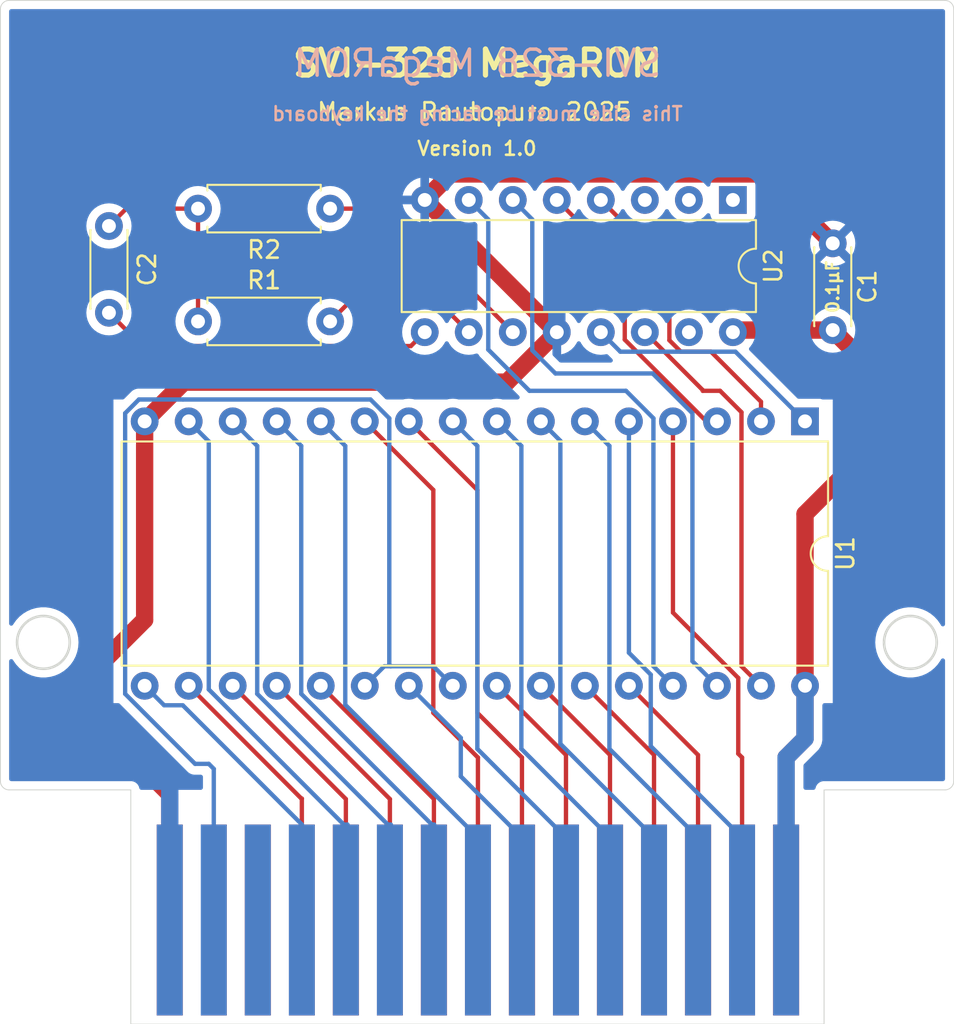
<source format=kicad_pcb>
(kicad_pcb (version 20240108) (generator "pcbnew") (generator_version "8.0")
  (title_block (title "1024 kB ROM cartridge for Spectravideo 328") (date "2025-01-07") (rev "1.0") (company "Markus Rautopuro") (comment 1 "github.com/fitch/SVI-328-MegaROM"))
  (layers (0 "F.Cu" signal) (31 "B.Cu" signal) (34 "B.Paste" user) (35 "F.Paste" user) (36 "B.SilkS" user "B.Silkscreen") (37 "F.SilkS" user "F.Silkscreen") (38 "B.Mask" user) (39 "F.Mask" user) (44 "Edge.Cuts" user))
  (net 0 "")
  (net 1 "VCC")
  (net 2 "GND")
  (net 3 "Net-(C2-Pad1)")
  (net 4 "Net-(U2-~{Φ0})")
  (net 6 "A9")
  (net 7 "D6")
  (net 8 "D5")
  (net 9 "D1")
  (net 10 "A6")
  (net 11 "A5")
  (net 12 "A1")
  (net 13 "D2")
  (net 14 "A3")
  (net 15 "A8")
  (net 16 "A2")
  (net 17 "A13")
  (net 18 "D3")
  (net 19 "D4")
  (net 20 "A12")
  (net 21 "D0")
  (net 22 "D7")
  (net 23 "A10")
  (net 24 "A11")
  (net 25 "A0")
  (net 26 "A4")
  (net 27 "A7")
  (net 28 "Net-(U1-A14)")
  (net 29 "Net-(U1-A15)")
  (net 32 "{slash}CCS1")
  (net 33 "Net-(U2-Φ0)")
  (net 34 "Net-(U2-~{Φ1})")
  (net 35 "Net-(U1-A16)")
  (net 36 "Net-(U1-A17)")
  (net 37 "Net-(U1-A18)")
  (net 38 "Net-(U1-A19)")
  (footprint "Spectravideo:ROM cartridge edge connector" (layer "F.Cu") (at 134.028691 156.127414)
    (property "Reference" "J1" (hide yes))
    (property "Value" "2x15 pin Spectravideo ROM cartridge edge connector")
    (pad "1" connect rect (at 17.78 -0.127) (size 1.5 11) (layers "B.Cu" "B.Mask") (net 1 "VCC"))
    (pad "2" connect rect (at 17.78 -0.127) (size 1.5 11) (layers "F.Cu" "F.Mask") (net 1 "VCC"))
    (pad "3" connect rect (at 15.24 -0.127) (size 1.5 11) (layers "B.Cu" "B.Mask") (net 27 "A7"))
    (pad "4" connect rect (at 15.24 -0.127) (size 1.5 11) (layers "F.Cu" "F.Mask") (net 20 "A12"))
    (pad "5" connect rect (at 12.7 -0.127) (size 1.5 11) (layers "B.Cu" "B.Mask") (net 10 "A6"))
    (pad "6" connect rect (at 12.7 -0.127) (size 1.5 11) (layers "F.Cu" "F.Mask") (net 17 "A13"))
    (pad "7" connect rect (at 10.16 -0.127) (size 1.5 11) (layers "B.Cu" "B.Mask") (net 11 "A5"))
    (pad "8" connect rect (at 10.16 -0.127) (size 1.5 11) (layers "F.Cu" "F.Mask") (net 15 "A8"))
    (pad "9" connect rect (at 7.62 -0.127) (size 1.5 11) (layers "B.Cu" "B.Mask") (net 26 "A4"))
    (pad "10" connect rect (at 7.62 -0.127) (size 1.5 11) (layers "F.Cu" "F.Mask") (net 6 "A9"))
    (pad "11" connect rect (at 5.08 -0.127) (size 1.5 11) (layers "B.Cu" "B.Mask") (net 14 "A3"))
    (pad "12" connect rect (at 5.08 -0.127) (size 1.5 11) (layers "F.Cu" "F.Mask") (net 24 "A11"))
    (pad "13" connect rect (at 2.54 -0.127) (size 1.5 11) (layers "B.Cu" "B.Mask") (net 23 "A10"))
    (pad "14" connect rect (at 2.54 -0.127) (size 1.5 11) (layers "F.Cu" "F.Mask") (net 16 "A2"))
    (pad "15" connect rect (at 0 -0.127) (size 1.5 11) (layers "B.Cu" "B.Mask") (net 25 "A0"))
    (pad "16" connect rect (at 0 -0.127) (size 1.5 11) (layers "F.Cu" "F.Mask") (net 12 "A1"))
    (pad "17" connect rect (at -2.54 -0.127) (size 1.5 11) (layers "B.Cu" "B.Mask") (net 21 "D0"))
    (pad "18" connect rect (at -2.54 -0.127) (size 1.5 11) (layers "F.Cu" "F.Mask") (net 22 "D7"))
    (pad "19" connect rect (at -5.08 -0.127) (size 1.5 11) (layers "B.Cu" "B.Mask") (net 9 "D1"))
    (pad "20" connect rect (at -5.08 -0.127) (size 1.5 11) (layers "F.Cu" "F.Mask") (net 7 "D6"))
    (pad "21" connect rect (at -7.62 -0.127) (size 1.5 11) (layers "B.Cu" "B.Mask") (net 13 "D2"))
    (pad "22" connect rect (at -7.62 -0.127) (size 1.5 11) (layers "F.Cu" "F.Mask") (net 8 "D5"))
    (pad "23" connect rect (at -10.16 -0.127) (size 1.5 11) (layers "B.Cu" "B.Mask") (net 18 "D3"))
    (pad "24" connect rect (at -10.16 -0.127) (size 1.5 11) (layers "F.Cu" "F.Mask") (net 19 "D4"))
    (pad "25" connect rect (at -12.7 -0.127) (size 1.5 11) (layers "B.Cu" "B.Mask"))
    (pad "26" connect rect (at -12.7 -0.127) (size 1.5 11) (layers "F.Cu" "F.Mask"))
    (pad "27" connect rect (at -15.24 -0.127) (size 1.5 11) (layers "B.Cu" "B.Mask") (net 32 "{slash}CCS1"))
    (pad "28" connect rect (at -15.24 -0.127) (size 1.5 11) (layers "F.Cu" "F.Mask"))
    (pad "29" connect rect (at -17.78 -0.127) (size 1.5 11) (layers "B.Cu" "B.Mask") (net 2 "GND"))
    (pad "30" connect rect (at -17.78 -0.127) (size 1.5 11) (layers "F.Cu" "F.Mask") (net 2 "GND"))
  )
  (footprint "Package_DIP:DIP-32_W15.24mm" (layer "F.Cu") (at 152.9 127.26 -90)
    (property "Reference" "U1" (at 7.62 -2.33 90) (layer "F.SilkS"))
    (property "Value" "27C080" (hide yes))
    (fp_line (start 1.16 39.43) (end 14.08 39.43) (stroke (width 0.12)) (layer "F.SilkS"))
    (fp_line (start 14.08 39.43) (end 14.08 -1.33) (stroke (width 0.12)) (layer "F.SilkS"))
    (fp_line (start 1.16 -1.33) (end 1.16 39.43) (stroke (width 0.12)) (layer "F.SilkS"))
    (fp_line (start 6.62 -1.33) (end 1.16 -1.33) (stroke (width 0.12)) (layer "F.SilkS"))
    (fp_line (start 14.08 -1.33) (end 8.62 -1.33) (stroke (width 0.12)) (layer "F.SilkS"))
    (fp_arc (start 8.62 -1.33) (mid 7.62 -0.33) (end 6.62 -1.33) (stroke (width 0.12)) (layer "F.SilkS"))
    (pad "1" thru_hole rect (at 0 0 270) (size 1.6 1.6) (drill 0.8) (layers "*.Cu" "*.Mask") (net 38 "Net-(U1-A19)"))
    (pad "2" thru_hole oval (at 0 2.54 270) (size 1.6 1.6) (drill 0.8) (layers "*.Cu" "*.Mask") (net 35 "Net-(U1-A16)"))
    (pad "3" thru_hole oval (at 0 5.08 270) (size 1.6 1.6) (drill 0.8) (layers "*.Cu" "*.Mask") (net 29 "Net-(U1-A15)"))
    (pad "4" thru_hole oval (at 0 7.62 270) (size 1.6 1.6) (drill 0.8) (layers "*.Cu" "*.Mask") (net 20 "A12"))
    (pad "5" thru_hole oval (at 0 10.16 270) (size 1.6 1.6) (drill 0.8) (layers "*.Cu" "*.Mask") (net 27 "A7"))
    (pad "6" thru_hole oval (at 0 12.7 270) (size 1.6 1.6) (drill 0.8) (layers "*.Cu" "*.Mask") (net 10 "A6"))
    (pad "7" thru_hole oval (at 0 15.24 270) (size 1.6 1.6) (drill 0.8) (layers "*.Cu" "*.Mask") (net 11 "A5"))
    (pad "8" thru_hole oval (at 0 17.78 270) (size 1.6 1.6) (drill 0.8) (layers "*.Cu" "*.Mask") (net 26 "A4"))
    (pad "9" thru_hole oval (at 0 20.32 270) (size 1.6 1.6) (drill 0.8) (layers "*.Cu" "*.Mask") (net 14 "A3"))
    (pad "10" thru_hole oval (at 0 22.86 270) (size 1.6 1.6) (drill 0.8) (layers "*.Cu" "*.Mask") (net 16 "A2"))
    (pad "11" thru_hole oval (at 0 25.4 270) (size 1.6 1.6) (drill 0.8) (layers "*.Cu" "*.Mask") (net 12 "A1"))
    (pad "12" thru_hole oval (at 0 27.94 270) (size 1.6 1.6) (drill 0.8) (layers "*.Cu" "*.Mask") (net 25 "A0"))
    (pad "13" thru_hole oval (at 0 30.48 270) (size 1.6 1.6) (drill 0.8) (layers "*.Cu" "*.Mask") (net 21 "D0"))
    (pad "14" thru_hole oval (at 0 33.02 270) (size 1.6 1.6) (drill 0.8) (layers "*.Cu" "*.Mask") (net 9 "D1"))
    (pad "15" thru_hole oval (at 0 35.56 270) (size 1.6 1.6) (drill 0.8) (layers "*.Cu" "*.Mask") (net 13 "D2"))
    (pad "16" thru_hole oval (at 0 38.1 270) (size 1.6 1.6) (drill 0.8) (layers "*.Cu" "*.Mask") (net 2 "GND"))
    (pad "17" thru_hole oval (at 15.24 38.1 270) (size 1.6 1.6) (drill 0.8) (layers "*.Cu" "*.Mask") (net 18 "D3"))
    (pad "18" thru_hole oval (at 15.24 35.56 270) (size 1.6 1.6) (drill 0.8) (layers "*.Cu" "*.Mask") (net 19 "D4"))
    (pad "19" thru_hole oval (at 15.24 33.02 270) (size 1.6 1.6) (drill 0.8) (layers "*.Cu" "*.Mask") (net 8 "D5"))
    (pad "20" thru_hole oval (at 15.24 30.48 270) (size 1.6 1.6) (drill 0.8) (layers "*.Cu" "*.Mask") (net 7 "D6"))
    (pad "21" thru_hole oval (at 15.24 27.94 270) (size 1.6 1.6) (drill 0.8) (layers "*.Cu" "*.Mask") (net 22 "D7"))
    (pad "22" thru_hole oval (at 15.24 25.4 270) (size 1.6 1.6) (drill 0.8) (layers "*.Cu" "*.Mask") (net 32 "{slash}CCS1"))
    (pad "23" thru_hole oval (at 15.24 22.86 270) (size 1.6 1.6) (drill 0.8) (layers "*.Cu" "*.Mask") (net 23 "A10"))
    (pad "24" thru_hole oval (at 15.24 20.32 270) (size 1.6 1.6) (drill 0.8) (layers "*.Cu" "*.Mask") (net 32 "{slash}CCS1"))
    (pad "25" thru_hole oval (at 15.24 17.78 270) (size 1.6 1.6) (drill 0.8) (layers "*.Cu" "*.Mask") (net 24 "A11"))
    (pad "26" thru_hole oval (at 15.24 15.24 270) (size 1.6 1.6) (drill 0.8) (layers "*.Cu" "*.Mask") (net 6 "A9"))
    (pad "27" thru_hole oval (at 15.24 12.7 270) (size 1.6 1.6) (drill 0.8) (layers "*.Cu" "*.Mask") (net 15 "A8"))
    (pad "28" thru_hole oval (at 15.24 10.16 270) (size 1.6 1.6) (drill 0.8) (layers "*.Cu" "*.Mask") (net 17 "A13"))
    (pad "29" thru_hole oval (at 15.24 7.62 270) (size 1.6 1.6) (drill 0.8) (layers "*.Cu" "*.Mask") (net 28 "Net-(U1-A14)"))
    (pad "30" thru_hole oval (at 15.24 5.08 270) (size 1.6 1.6) (drill 0.8) (layers "*.Cu" "*.Mask") (net 36 "Net-(U1-A17)"))
    (pad "31" thru_hole oval (at 15.24 2.54 270) (size 1.6 1.6) (drill 0.8) (layers "*.Cu" "*.Mask") (net 37 "Net-(U1-A18)"))
    (pad "32" thru_hole oval (at 15.24 0 270) (size 1.6 1.6) (drill 0.8) (layers "*.Cu" "*.Mask") (net 1 "VCC"))
  )
  (footprint "Resistor_THT:R_Axial_DIN0207_L6.3mm_D2.5mm_P7.62mm_Horizontal" (layer "F.Cu") (at 125.5 115 180)
    (property "Reference" "R2" (at 3.81 -2.37 180) (layer "F.SilkS"))
    (property "Value" "1 kΩ" (hide yes))
    (fp_line (start 7.08 1.37) (end 7.08 1.04) (stroke (width 0.12)) (layer "F.SilkS"))
    (fp_line (start 7.08 -1.37) (end 7.08 -1.04) (stroke (width 0.12)) (layer "F.SilkS"))
    (fp_line (start 0.54 1.37) (end 7.08 1.37) (stroke (width 0.12)) (layer "F.SilkS"))
    (fp_line (start 0.54 1.04) (end 0.54 1.37) (stroke (width 0.12)) (layer "F.SilkS"))
    (fp_line (start 0.54 -1.04) (end 0.54 -1.37) (stroke (width 0.12)) (layer "F.SilkS"))
    (fp_line (start 0.54 -1.37) (end 7.08 -1.37) (stroke (width 0.12)) (layer "F.SilkS"))
    (pad "1" thru_hole circle (at 0 0 180) (size 1.6 1.6) (drill 0.8) (layers "*.Cu" "*.Mask") (net 34 "Net-(U2-~{Φ1})"))
    (pad "2" thru_hole oval (at 7.62 0 180) (size 1.6 1.6) (drill 0.8) (layers "*.Cu" "*.Mask") (net 3 "Net-(C2-Pad1)"))
  )
  (footprint "Capacitor_THT:C_Disc_D4.3mm_W1.9mm_P5.00mm" (layer "F.Cu") (at 112.74 116 -90)
    (property "Reference" "C2" (at 2.5 -2.2 90) (layer "F.SilkS"))
    (property "Value" "0.1 μF" (hide yes))
    (fp_line (start 0.23 1.07) (end 4.77 1.07) (stroke (width 0.12)) (layer "F.SilkS"))
    (fp_line (start 0.23 1.055) (end 0.23 1.07) (stroke (width 0.12)) (layer "F.SilkS"))
    (fp_line (start 4.77 1.055) (end 4.77 1.07) (stroke (width 0.12)) (layer "F.SilkS"))
    (fp_line (start 0.23 -1.07) (end 0.23 -1.055) (stroke (width 0.12)) (layer "F.SilkS"))
    (fp_line (start 0.23 -1.07) (end 4.77 -1.07) (stroke (width 0.12)) (layer "F.SilkS"))
    (fp_line (start 4.77 -1.07) (end 4.77 -1.055) (stroke (width 0.12)) (layer "F.SilkS"))
    (pad "1" thru_hole circle (at 0 0 270) (size 1.6 1.6) (drill 0.8) (layers "*.Cu" "*.Mask") (net 3 "Net-(C2-Pad1)"))
    (pad "2" thru_hole circle (at 5 0 270) (size 1.6 1.6) (drill 0.8) (layers "*.Cu" "*.Mask") (net 4 "Net-(U2-~{Φ0})"))
  )
  (footprint "Package_DIP:DIP-16_W7.62mm" (layer "F.Cu") (at 148.74 114.5 -90)
    (property "Reference" "U2" (at 3.81 -2.33 90) (layer "F.SilkS"))
    (property "Value" "4060" (hide yes))
    (fp_line (start 1.16 19.11) (end 6.46 19.11) (stroke (width 0.12)) (layer "F.SilkS"))
    (fp_line (start 6.46 19.11) (end 6.46 -1.33) (stroke (width 0.12)) (layer "F.SilkS"))
    (fp_line (start 1.16 -1.33) (end 1.16 19.11) (stroke (width 0.12)) (layer "F.SilkS"))
    (fp_line (start 2.81 -1.33) (end 1.16 -1.33) (stroke (width 0.12)) (layer "F.SilkS"))
    (fp_line (start 6.46 -1.33) (end 4.81 -1.33) (stroke (width 0.12)) (layer "F.SilkS"))
    (fp_arc (start 4.81 -1.33) (mid 3.81 -0.33) (end 2.81 -1.33) (stroke (width 0.12)) (layer "F.SilkS"))
    (pad "1" thru_hole rect (at 0 0 270) (size 1.6 1.6) (drill 0.8) (layers "*.Cu" "*.Mask"))
    (pad "2" thru_hole oval (at 0 2.54 270) (size 1.6 1.6) (drill 0.8) (layers "*.Cu" "*.Mask"))
    (pad "3" thru_hole oval (at 0 5.08 270) (size 1.6 1.6) (drill 0.8) (layers "*.Cu" "*.Mask"))
    (pad "4" thru_hole oval (at 0 7.62 270) (size 1.6 1.6) (drill 0.8) (layers "*.Cu" "*.Mask") (net 35 "Net-(U1-A16)"))
    (pad "5" thru_hole oval (at 0 10.16 270) (size 1.6 1.6) (drill 0.8) (layers "*.Cu" "*.Mask") (net 29 "Net-(U1-A15)"))
    (pad "6" thru_hole oval (at 0 12.7 270) (size 1.6 1.6) (drill 0.8) (layers "*.Cu" "*.Mask") (net 36 "Net-(U1-A17)"))
    (pad "7" thru_hole oval (at 0 15.24 270) (size 1.6 1.6) (drill 0.8) (layers "*.Cu" "*.Mask") (net 28 "Net-(U1-A14)"))
    (pad "8" thru_hole oval (at 0 17.78 270) (size 1.6 1.6) (drill 0.8) (layers "*.Cu" "*.Mask") (net 2 "GND"))
    (pad "9" thru_hole oval (at 7.62 17.78 270) (size 1.6 1.6) (drill 0.8) (layers "*.Cu" "*.Mask") (net 4 "Net-(U2-~{Φ0})"))
    (pad "10" thru_hole oval (at 7.62 15.24 270) (size 1.6 1.6) (drill 0.8) (layers "*.Cu" "*.Mask") (net 33 "Net-(U2-Φ0)"))
    (pad "11" thru_hole oval (at 7.62 12.7 270) (size 1.6 1.6) (drill 0.8) (layers "*.Cu" "*.Mask") (net 34 "Net-(U2-~{Φ1})"))
    (pad "12" thru_hole oval (at 7.62 10.16 270) (size 1.6 1.6) (drill 0.8) (layers "*.Cu" "*.Mask") (net 2 "GND"))
    (pad "13" thru_hole oval (at 7.62 7.62 270) (size 1.6 1.6) (drill 0.8) (layers "*.Cu" "*.Mask") (net 38 "Net-(U1-A19)"))
    (pad "14" thru_hole oval (at 7.62 5.08 270) (size 1.6 1.6) (drill 0.8) (layers "*.Cu" "*.Mask") (net 37 "Net-(U1-A18)"))
    (pad "15" thru_hole oval (at 7.62 2.54 270) (size 1.6 1.6) (drill 0.8) (layers "*.Cu" "*.Mask"))
    (pad "16" thru_hole oval (at 7.62 0 270) (size 1.6 1.6) (drill 0.8) (layers "*.Cu" "*.Mask") (net 1 "VCC"))
  )
  (footprint "Capacitor_THT:C_Disc_D4.3mm_W1.9mm_P5.00mm" (layer "F.Cu") (at 154.5 122 90)
    (property "Reference" "C1" (hide yes))
    (property "Value" "0.1μF" (at 2.5 0 90) (layer "F.SilkS") (effects (font (size 0.7 0.7))))
    (fp_line (start 4.77 -1.07) (end 4.77 -1.055) (stroke (width 0.12)) (layer "F.SilkS"))
    (fp_line (start 0.23 -1.07) (end 4.77 -1.07) (stroke (width 0.12)) (layer "F.SilkS"))
    (fp_line (start 0.23 -1.07) (end 0.23 -1.055) (stroke (width 0.12)) (layer "F.SilkS"))
    (fp_line (start 4.77 1.055) (end 4.77 1.07) (stroke (width 0.12)) (layer "F.SilkS"))
    (fp_line (start 0.23 1.055) (end 0.23 1.07) (stroke (width 0.12)) (layer "F.SilkS"))
    (fp_line (start 0.23 1.07) (end 4.77 1.07) (stroke (width 0.12)) (layer "F.SilkS"))
    (fp_text user "${REFERENCE}" (at 2.5 2 90) (layer "F.SilkS"))
    (pad "1" thru_hole circle (at 0 0 90) (size 1.6 1.6) (drill 0.8) (layers "*.Cu" "*.Mask") (net 1 "VCC"))
    (pad "2" thru_hole circle (at 5 0 90) (size 1.6 1.6) (drill 0.8) (layers "*.Cu" "*.Mask") (net 2 "GND"))
  )
  (footprint "Resistor_THT:R_Axial_DIN0207_L6.3mm_D2.5mm_P7.62mm_Horizontal" (layer "F.Cu") (at 117.88 121.5)
    (property "Reference" "R1" (at 3.81 -2.37 0) (layer "F.SilkS"))
    (property "Value" "68 kΩ" (hide yes))
    (fp_line (start 0.54 -1.37) (end 7.08 -1.37) (stroke (width 0.12)) (layer "F.SilkS"))
    (fp_line (start 0.54 -1.04) (end 0.54 -1.37) (stroke (width 0.12)) (layer "F.SilkS"))
    (fp_line (start 0.54 1.04) (end 0.54 1.37) (stroke (width 0.12)) (layer "F.SilkS"))
    (fp_line (start 0.54 1.37) (end 7.08 1.37) (stroke (width 0.12)) (layer "F.SilkS"))
    (fp_line (start 7.08 -1.37) (end 7.08 -1.04) (stroke (width 0.12)) (layer "F.SilkS"))
    (fp_line (start 7.08 1.37) (end 7.08 1.04) (stroke (width 0.12)) (layer "F.SilkS"))
    (pad "1" thru_hole circle (at 0 0) (size 1.6 1.6) (drill 0.8) (layers "*.Cu" "*.Mask") (net 3 "Net-(C2-Pad1)"))
    (pad "2" thru_hole oval (at 7.62 0) (size 1.6 1.6) (drill 0.8) (layers "*.Cu" "*.Mask") (net 33 "Net-(U2-Φ0)"))
  )
  (gr_circle (center 108.958618 140) (end 110.479309 140) (stroke (width 0.15)) (fill none) (layer "Edge.Cuts"))
  (gr_arc (start 161.479309 148) (mid 161.332862 148.353553) (end 160.979309 148.5) (stroke (width 0.05)) (layer "Edge.Cuts"))
  (gr_line (start 106.979309 103) (end 160.979309 103) (stroke (width 0.05)) (layer "Edge.Cuts"))
  (gr_arc (start 160.979309 103) (mid 161.332863 103.146446) (end 161.479309 103.5) (stroke (width 0.05)) (layer "Edge.Cuts"))
  (gr_line (start 160.979309 148.5) (end 154 148.5) (stroke (width 0.05)) (layer "Edge.Cuts"))
  (gr_line (start 106.479309 148) (end 106.479309 103.5) (stroke (width 0.05)) (layer "Edge.Cuts"))
  (gr_line (start 114 162) (end 114 148.5) (stroke (width 0.05)) (layer "Edge.Cuts"))
  (gr_arc (start 106.479309 103.5) (mid 106.625756 103.146447) (end 106.979309 103) (stroke (width 0.05)) (layer "Edge.Cuts"))
  (gr_line (start 114 148.5) (end 106.979309 148.5) (stroke (width 0.05)) (layer "Edge.Cuts"))
  (gr_circle (center 158.979309 140) (end 160.5 140) (stroke (width 0.15)) (fill none) (layer "Edge.Cuts"))
  (gr_arc (start 106.979309 148.5) (mid 106.625756 148.353553) (end 106.479309 148) (stroke (width 0.05)) (layer "Edge.Cuts"))
  (gr_line (start 154 162) (end 154 148.5) (stroke (width 0.05)) (layer "Edge.Cuts"))
  (gr_line (start 161.479309 103.5) (end 161.479309 148) (stroke (width 0.05)) (layer "Edge.Cuts"))
  (gr_line (start 114 162) (end 154 162) (stroke (width 0.05)) (layer "Edge.Cuts"))
  (gr_text "This side must be facing the keyboard" (at 134 110 0) (layer "B.SilkS") (effects (font (size 0.8 0.8)) (justify bottom mirror)))
  (gr_text "SVI-328 MegaROM" (at 134 107.5 0) (layer "B.SilkS") (effects (font (size 1.5 1.5) (thickness 0.2) (bold yes)) (justify bottom mirror)))
  (gr_text "Version 1.0" (at 137.5 112 0) (layer "F.SilkS") (effects (font (size 0.8 0.8)) (justify right bottom)))
  (gr_text "Markus Rautopuro 2025" (at 143 110 0) (layer "F.SilkS") (effects (font (size 1 1)) (justify right bottom)))
  (gr_text "SVI-328 MegaROM" (at 134 107.5 0) (layer "F.SilkS") (effects (font (size 1.5 1.5) (thickness 0.3) (bold yes)) (justify bottom)))
  (segment (start 151.808691 146.635133) (end 152.9 145.543824) (width 1) (layer "F.Cu") (net 1))
  (segment (start 154.5 122) (end 156 123.5) (width 1) (layer "F.Cu") (net 1))
  (segment (start 148.86 122) (end 148.74 122.12) (width 1) (layer "F.Cu") (net 1))
  (segment (start 154.5 122) (end 148.86 122) (width 1) (layer "F.Cu") (net 1))
  (segment (start 152.9 142.5) (end 152.9 132.6) (width 1) (layer "F.Cu") (net 1))
  (segment (start 156 123.5) (end 156 129.5) (width 1) (layer "F.Cu") (net 1))
  (segment (start 151.808691 156.000414) (end 151.808691 146.635133) (width 1) (layer "F.Cu") (net 1))
  (segment (start 152.9 145.543824) (end 152.9 142.5) (width 1) (layer "F.Cu") (net 1))
  (segment (start 152.9 132.6) (end 156 129.5) (width 1) (layer "F.Cu") (net 1))
  (segment (start 152.9 145.543824) (end 152.9 142.5) (width 1) (layer "B.Cu") (net 1))
  (segment (start 151.808691 146.635133) (end 152.9 145.543824) (width 1) (layer "B.Cu") (net 1))
  (segment (start 151.808691 156.000414) (end 151.808691 146.635133) (width 1) (layer "B.Cu") (net 1))
  (segment (start 132.46 113) (end 130.96 114.5) (width 1) (layer "F.Cu") (net 2))
  (segment (start 116.248691 148.748691) (end 116.248691 156.000414) (width 1) (layer "F.Cu") (net 2))
  (segment (start 138.58 122.12) (end 130.96 114.5) (width 1) (layer "F.Cu") (net 2))
  (segment (start 135.7 125) (end 117.06 125) (width 1) (layer "F.Cu") (net 2))
  (segment (start 112 144.5) (end 116.248691 148.748691) (width 1) (layer "F.Cu") (net 2))
  (segment (start 112 141.5) (end 112 144.5) (width 1) (layer "F.Cu") (net 2))
  (segment (start 154.5 117) (end 150.5 113) (width 1) (layer "F.Cu") (net 2))
  (segment (start 114.8 127.26) (end 114.8 138.7) (width 1) (layer "F.Cu") (net 2))
  (segment (start 150.5 113) (end 132.46 113) (width 1) (layer "F.Cu") (net 2))
  (segment (start 114.8 138.7) (end 112 141.5) (width 1) (layer "F.Cu") (net 2))
  (segment (start 117.06 125) (end 114.8 127.26) (width 1) (layer "F.Cu") (net 2))
  (segment (start 138.58 122.12) (end 135.7 125) (width 1) (layer "F.Cu") (net 2))
  (segment (start 138.58 120.42) (end 139 120) (width 1) (layer "B.Cu") (net 2))
  (segment (start 138.58 122.12) (end 138.58 120.42) (width 1) (layer "B.Cu") (net 2))
  (segment (start 116.248691 148.248691) (end 113.5 145.5) (width 1) (layer "B.Cu") (net 2))
  (segment (start 116.248691 156.000414) (end 116.248691 148.248691) (width 1) (layer "B.Cu") (net 2))
  (segment (start 117.88 115) (end 117.88 121.5) (width 0.25) (layer "F.Cu") (net 3))
  (segment (start 113.74 115) (end 112.74 116) (width 0.25) (layer "F.Cu") (net 3))
  (segment (start 117.88 115) (end 113.74 115) (width 0.25) (layer "F.Cu") (net 3))
  (segment (start 130.160001 122.919999) (end 114.659999 122.919999) (width 0.25) (layer "F.Cu") (net 4))
  (segment (start 114.659999 122.919999) (end 112.74 121) (width 0.25) (layer "F.Cu") (net 4))
  (segment (start 130.96 122.12) (end 130.160001 122.919999) (width 0.25) (layer "F.Cu") (net 4))
  (segment (start 141.648691 156.000414) (end 141.648691 146.488691) (width 0.25) (layer "F.Cu") (net 6))
  (segment (start 141.648691 146.488691) (end 137.66 142.5) (width 0.25) (layer "F.Cu") (net 6))
  (segment (start 128.948691 156.000414) (end 128.948691 149.028691) (width 0.25) (layer "F.Cu") (net 7))
  (segment (start 128.948691 149.028691) (end 122.42 142.5) (width 0.25) (layer "F.Cu") (net 7))
  (segment (start 126.408691 149.028691) (end 119.88 142.5) (width 0.25) (layer "F.Cu") (net 8))
  (segment (start 126.408691 156.000414) (end 126.408691 149.028691) (width 0.25) (layer "F.Cu") (net 8))
  (segment (start 121.295 142.965991) (end 121.295 128.675) (width 0.25) (layer "B.Cu") (net 9))
  (segment (start 121.295 128.675) (end 119.88 127.26) (width 0.25) (layer "B.Cu") (net 9))
  (segment (start 128.948691 156.000414) (end 128.948691 150.551309) (width 0.25) (layer "B.Cu") (net 9))
  (segment (start 128.948691 150.551309) (end 129 150.5) (width 0.25) (layer "B.Cu") (net 9))
  (segment (start 128.829009 150.5) (end 121.295 142.965991) (width 0.25) (layer "B.Cu") (net 9))
  (segment (start 129 150.5) (end 128.829009 150.5) (width 0.25) (layer "B.Cu") (net 9))
  (segment (start 146.728691 156.000414) (end 146.728691 151.250414) (width 0.25) (layer "B.Cu") (net 10))
  (segment (start 146.728691 151.250414) (end 141.615 146.136723) (width 0.25) (layer "B.Cu") (net 10))
  (segment (start 141.615 128.675) (end 140.2 127.26) (width 0.25) (layer "B.Cu") (net 10))
  (segment (start 141.615 146.136723) (end 141.615 128.675) (width 0.25) (layer "B.Cu") (net 10))
  (segment (start 138.785 145.846723) (end 138.785 128.385) (width 0.25) (layer "B.Cu") (net 11))
  (segment (start 144.188691 151.250414) (end 138.785 145.846723) (width 0.25) (layer "B.Cu") (net 11))
  (segment (start 138.785 128.385) (end 137.66 127.26) (width 0.25) (layer "B.Cu") (net 11))
  (segment (start 144.188691 156.000414) (end 144.188691 151.250414) (width 0.25) (layer "B.Cu") (net 11))
  (segment (start 134.028691 146.635133) (end 131.455 144.061442) (width 0.25) (layer "F.Cu") (net 12))
  (segment (start 131.455 131.215) (end 127.5 127.26) (width 0.25) (layer "F.Cu") (net 12))
  (segment (start 134.028691 156.000414) (end 134.028691 146.635133) (width 0.25) (layer "F.Cu") (net 12))
  (segment (start 131.455 144.061442) (end 131.455 131.215) (width 0.25) (layer "F.Cu") (net 12))
  (segment (start 126.408691 150.591309) (end 126.5 150.5) (width 0.25) (layer "B.Cu") (net 13))
  (segment (start 126.289009 150.5) (end 118.5 142.710991) (width 0.25) (layer "B.Cu") (net 13))
  (segment (start 126.5 150.5) (end 126.289009 150.5) (width 0.25) (layer "B.Cu") (net 13))
  (segment (start 118.5 142.710991) (end 118.5 128.42) (width 0.25) (layer "B.Cu") (net 13))
  (segment (start 126.408691 156.000414) (end 126.408691 150.591309) (width 0.25) (layer "B.Cu") (net 13))
  (segment (start 118.5 128.42) (end 117.34 127.26) (width 0.25) (layer "B.Cu") (net 13))
  (segment (start 133.995 146.136723) (end 133.995 128.675) (width 0.25) (layer "B.Cu") (net 14))
  (segment (start 133.995 128.675) (end 132.58 127.26) (width 0.25) (layer "B.Cu") (net 14))
  (segment (start 139.108691 151.250414) (end 133.995 146.136723) (width 0.25) (layer "B.Cu") (net 14))
  (segment (start 139.108691 156.000414) (end 139.108691 151.250414) (width 0.25) (layer "B.Cu") (net 14))
  (segment (start 144.188691 146.488691) (end 140.2 142.5) (width 0.25) (layer "F.Cu") (net 15))
  (segment (start 144.188691 156.000414) (end 144.188691 146.488691) (width 0.25) (layer "F.Cu") (net 15))
  (segment (start 136.568691 156.000414) (end 136.568691 146.635133) (width 0.25) (layer "F.Cu") (net 16))
  (segment (start 133.995 144.061442) (end 133.995 131.215) (width 0.25) (layer "F.Cu") (net 16))
  (segment (start 133.995 131.215) (end 130.04 127.26) (width 0.25) (layer "F.Cu") (net 16))
  (segment (start 136.568691 146.635133) (end 133.995 144.061442) (width 0.25) (layer "F.Cu") (net 16))
  (segment (start 146.728691 146.488691) (end 142.74 142.5) (width 0.25) (layer "F.Cu") (net 17))
  (segment (start 146.728691 156.000414) (end 146.728691 146.488691) (width 0.25) (layer "F.Cu") (net 17))
  (segment (start 123.868691 156.000414) (end 123.868691 150.493691) (width 0.25) (layer "B.Cu") (net 18))
  (segment (start 123.868691 150.493691) (end 117 143.625) (width 0.25) (layer "B.Cu") (net 18))
  (segment (start 117 143.625) (end 115.925 143.625) (width 0.25) (layer "B.Cu") (net 18))
  (segment (start 115.925 143.625) (end 114.8 142.5) (width 0.25) (layer "B.Cu") (net 18))
  (segment (start 123.84 149) (end 117.34 142.5) (width 0.25) (layer "F.Cu") (net 19))
  (segment (start 123.868691 156.000414) (end 123.868691 149) (width 0.25) (layer "F.Cu") (net 19))
  (segment (start 123.868691 149) (end 123.84 149) (width 0.25) (layer "F.Cu") (net 19))
  (segment (start 145.28 138.28) (end 145.28 127.26) (width 0.25) (layer "F.Cu") (net 20))
  (segment (start 149.268691 146.635133) (end 149.048604 146.415046) (width 0.25) (layer "F.Cu") (net 20))
  (segment (start 149.048604 142.048604) (end 145.28 138.28) (width 0.25) (layer "F.Cu") (net 20))
  (segment (start 149.048604 146.415046) (end 149.048604 142.048604) (width 0.25) (layer "F.Cu") (net 20))
  (segment (start 149.268691 156.000414) (end 149.268691 146.635133) (width 0.25) (layer "F.Cu") (net 20))
  (segment (start 131.369009 150.5) (end 123.835 142.965991) (width 0.25) (layer "B.Cu") (net 21))
  (segment (start 123.835 142.965991) (end 123.835 128.675) (width 0.25) (layer "B.Cu") (net 21))
  (segment (start 123.835 128.675) (end 122.42 127.26) (width 0.25) (layer "B.Cu") (net 21))
  (segment (start 131.5 150.5) (end 131.369009 150.5) (width 0.25) (layer "B.Cu") (net 21))
  (segment (start 131.488691 150.511309) (end 131.5 150.5) (width 0.25) (layer "B.Cu") (net 21))
  (segment (start 131.488691 156.000414) (end 131.488691 150.511309) (width 0.25) (layer "B.Cu") (net 21))
  (segment (start 131.488691 149.028691) (end 124.96 142.5) (width 0.25) (layer "F.Cu") (net 22))
  (segment (start 131.488691 156.000414) (end 131.488691 149.028691) (width 0.25) (layer "F.Cu") (net 22))
  (segment (start 133.04 145.5) (end 130.04 142.5) (width 0.25) (layer "B.Cu") (net 23))
  (segment (start 136.568691 151.250414) (end 133.04 147.721723) (width 0.25) (layer "B.Cu") (net 23))
  (segment (start 136.568691 156.000414) (end 136.568691 151.250414) (width 0.25) (layer "B.Cu") (net 23))
  (segment (start 133.04 147.721723) (end 133.04 145.5) (width 0.25) (layer "B.Cu") (net 23))
  (segment (start 139.108691 146.488691) (end 135.12 142.5) (width 0.25) (layer "F.Cu") (net 24))
  (segment (start 139.108691 156.000414) (end 139.108691 146.488691) (width 0.25) (layer "F.Cu") (net 24))
  (segment (start 134.028691 151.250414) (end 126.375 143.596723) (width 0.25) (layer "B.Cu") (net 25))
  (segment (start 126.375 128.675) (end 124.96 127.26) (width 0.25) (layer "B.Cu") (net 25))
  (segment (start 134.028691 156.000414) (end 134.028691 151.250414) (width 0.25) (layer "B.Cu") (net 25))
  (segment (start 126.375 143.596723) (end 126.375 128.675) (width 0.25) (layer "B.Cu") (net 25))
  (segment (start 136.535 146.136723) (end 136.535 128.675) (width 0.25) (layer "B.Cu") (net 26))
  (segment (start 141.648691 151.250414) (end 136.535 146.136723) (width 0.25) (layer "B.Cu") (net 26))
  (segment (start 141.648691 156.000414) (end 141.648691 151.250414) (width 0.25) (layer "B.Cu") (net 26))
  (segment (start 136.535 128.675) (end 135.12 127.26) (width 0.25) (layer "B.Cu") (net 26))
  (segment (start 144 145.981723) (end 144 141.856396) (width 0.25) (layer "B.Cu") (net 27))
  (segment (start 142.74 140.596396) (end 142.74 127.26) (width 0.25) (layer "B.Cu") (net 27))
  (segment (start 144 141.856396) (end 142.74 140.596396) (width 0.25) (layer "B.Cu") (net 27))
  (segment (start 149.268691 156.000414) (end 149.268691 151.250414) (width 0.25) (layer "B.Cu") (net 27))
  (segment (start 149.268691 151.250414) (end 144 145.981723) (width 0.25) (layer "B.Cu") (net 27))
  (segment (start 134.625 115.625) (end 133.5 114.5) (width 0.25) (layer "B.Cu") (net 28))
  (segment (start 137 125.5) (end 134.625 123.125) (width 0.25) (layer "B.Cu") (net 28))
  (segment (start 142.570991 125.5) (end 137 125.5) (width 0.25) (layer "B.Cu") (net 28))
  (segment (start 134.625 123.125) (end 134.625 115.625) (width 0.25) (layer "B.Cu") (net 28))
  (segment (start 144.155 141.375) (end 144.155 127.084009) (width 0.25) (layer "B.Cu") (net 28))
  (segment (start 144.155 127.084009) (end 142.570991 125.5) (width 0.25) (layer "B.Cu") (net 28))
  (segment (start 145.28 142.5) (end 144.155 141.375) (width 0.25) (layer "B.Cu") (net 28))
  (segment (start 142.5 118.42) (end 138.58 114.5) (width 0.25) (layer "F.Cu") (net 29))
  (segment (start 142.5 122.550991) (end 142.5 118.42) (width 0.25) (layer "F.Cu") (net 29))
  (segment (start 147.209009 127.26) (end 142.5 122.550991) (width 0.25) (layer "F.Cu") (net 29))
  (segment (start 147.82 127.26) (end 147.209009 127.26) (width 0.25) (layer "F.Cu") (net 29))
  (segment (start 128.915 127.084009) (end 128.915 141.29) (width 0.25) (layer "B.Cu") (net 32))
  (segment (start 118.5 147) (end 117.709009 147) (width 0.25) (layer "B.Cu") (net 32))
  (segment (start 132.58 142.5) (end 131.455 141.375) (width 0.25) (layer "B.Cu") (net 32))
  (segment (start 118.788691 156.000414) (end 118.788691 147.288691) (width 0.25) (layer "B.Cu") (net 32))
  (segment (start 118.788691 147.288691) (end 118.5 147) (width 0.25) (layer "B.Cu") (net 32))
  (segment (start 117.709009 147) (end 113.675 142.965991) (width 0.25) (layer "B.Cu") (net 32))
  (segment (start 113.675 126.794009) (end 114.469009 126) (width 0.25) (layer "B.Cu") (net 32))
  (segment (start 128.625 141.375) (end 127.5 142.5) (width 0.25) (layer "B.Cu") (net 32))
  (segment (start 117.009009 126) (end 127.830991 126) (width 0.25) (layer "B.Cu") (net 32))
  (segment (start 113.675 142.965991) (end 113.675 126.794009) (width 0.25) (layer "B.Cu") (net 32))
  (segment (start 127.830991 126) (end 128.915 127.084009) (width 0.25) (layer "B.Cu") (net 32))
  (segment (start 128.915 141.29) (end 129 141.375) (width 0.25) (layer "B.Cu") (net 32))
  (segment (start 131.455 141.375) (end 129 141.375) (width 0.25) (layer "B.Cu") (net 32))
  (segment (start 129 141.375) (end 128.625 141.375) (width 0.25) (layer "B.Cu") (net 32))
  (segment (start 114.469009 126) (end 117.009009 126) (width 0.25) (layer "B.Cu") (net 32))
  (segment (start 131.755 120.375) (end 126.625 120.375) (width 0.25) (layer "F.Cu") (net 33))
  (segment (start 126.625 120.375) (end 125.5 121.5) (width 0.25) (layer "F.Cu") (net 33))
  (segment (start 133.5 122.12) (end 131.755 120.375) (width 0.25) (layer "F.Cu") (net 33))
  (segment (start 128.92 115) (end 125.5 115) (width 0.25) (layer "F.Cu") (net 34))
  (segment (start 136.04 122.12) (end 128.92 115) (width 0.25) (layer "F.Cu") (net 34))
  (segment (start 150.36 126.12863) (end 147.47637 123.245) (width 0.25) (layer "F.Cu") (net 35))
  (segment (start 150.36 127.26) (end 149.749009 127.26) (width 0.25) (layer "F.Cu") (net 35))
  (segment (start 145.075 118.455) (end 141.12 114.5) (width 0.25) (layer "F.Cu") (net 35))
  (segment (start 150.36 127.26) (end 150.36 126.12863) (width 0.25) (layer "F.Cu") (net 35))
  (segment (start 145.734009 123.245) (end 145.075 122.585991) (width 0.25) (layer "F.Cu") (net 35))
  (segment (start 145.075 122.585991) (end 145.075 118.455) (width 0.25) (layer "F.Cu") (net 35))
  (segment (start 147.47637 123.245) (end 145.734009 123.245) (width 0.25) (layer "F.Cu") (net 35))
  (segment (start 138.5 124.5) (end 137.165 123.165) (width 0.25) (layer "B.Cu") (net 36))
  (segment (start 144.110991 124.5) (end 138.5 124.5) (width 0.25) (layer "B.Cu") (net 36))
  (segment (start 137.165 123.165) (end 137.165 115.625) (width 0.25) (layer "B.Cu") (net 36))
  (segment (start 146.405 126.794009) (end 144.110991 124.5) (width 0.25) (layer "B.Cu") (net 36))
  (segment (start 146.405 141.085) (end 146.405 126.794009) (width 0.25) (layer "B.Cu") (net 36))
  (segment (start 137.165 115.625) (end 136.04 114.5) (width 0.25) (layer "B.Cu") (net 36))
  (segment (start 147.82 142.5) (end 146.405 141.085) (width 0.25) (layer "B.Cu") (net 36))
  (segment (start 150.36 142.5) (end 149.235 141.375) (width 0.25) (layer "F.Cu") (net 37))
  (segment (start 147 125.46) (end 143.66 122.12) (width 0.25) (layer "F.Cu") (net 37))
  (segment (start 148 125.5) (end 147 125.5) (width 0.25) (layer "F.Cu") (net 37))
  (segment (start 147 125.5) (end 147 125.46) (width 0.25) (layer "F.Cu") (net 37))
  (segment (start 149.235 126.735) (end 148 125.5) (width 0.25) (layer "F.Cu") (net 37))
  (segment (start 149.235 141.375) (end 149.235 126.735) (width 0.25) (layer "F.Cu") (net 37))
  (segment (start 148.885 123.245) (end 142.245 123.245) (width 0.25) (layer "B.Cu") (net 38))
  (segment (start 152.9 127.26) (end 148.885 123.245) (width 0.25) (layer "B.Cu") (net 38))
  (segment (start 142.245 123.245) (end 141.12 122.12) (width 0.25) (layer "B.Cu") (net 38))
  (zone (net 0) (net_name "") (layer "B.Cu") (name "Block zone fill") (connect_pads (clearance 0)) (min_thickness 0.25)
    (keepout (tracks allowed) (vias allowed) (pads allowed) (copperpour not_allowed) (footprints allowed))
    (fill (thermal_gap 0.5) (thermal_bridge_width 0.5))
    (polygon (pts (xy 113 126) (xy 154.5 126) (xy 154.5 143.5) (xy 113 143.5)))
  )
  (zone (net 2) (net_name "GND") (layer "B.Cu") (connect_pads (clearance 0.5)) (min_thickness 0.25) (fill yes (thermal_gap 0.5) (thermal_bridge_width 0.5))
    (polygon (pts (xy 106.5 103) (xy 161.5 103) (xy 161.5 148.5) (xy 106.5 148.5)))
  )
)
</source>
